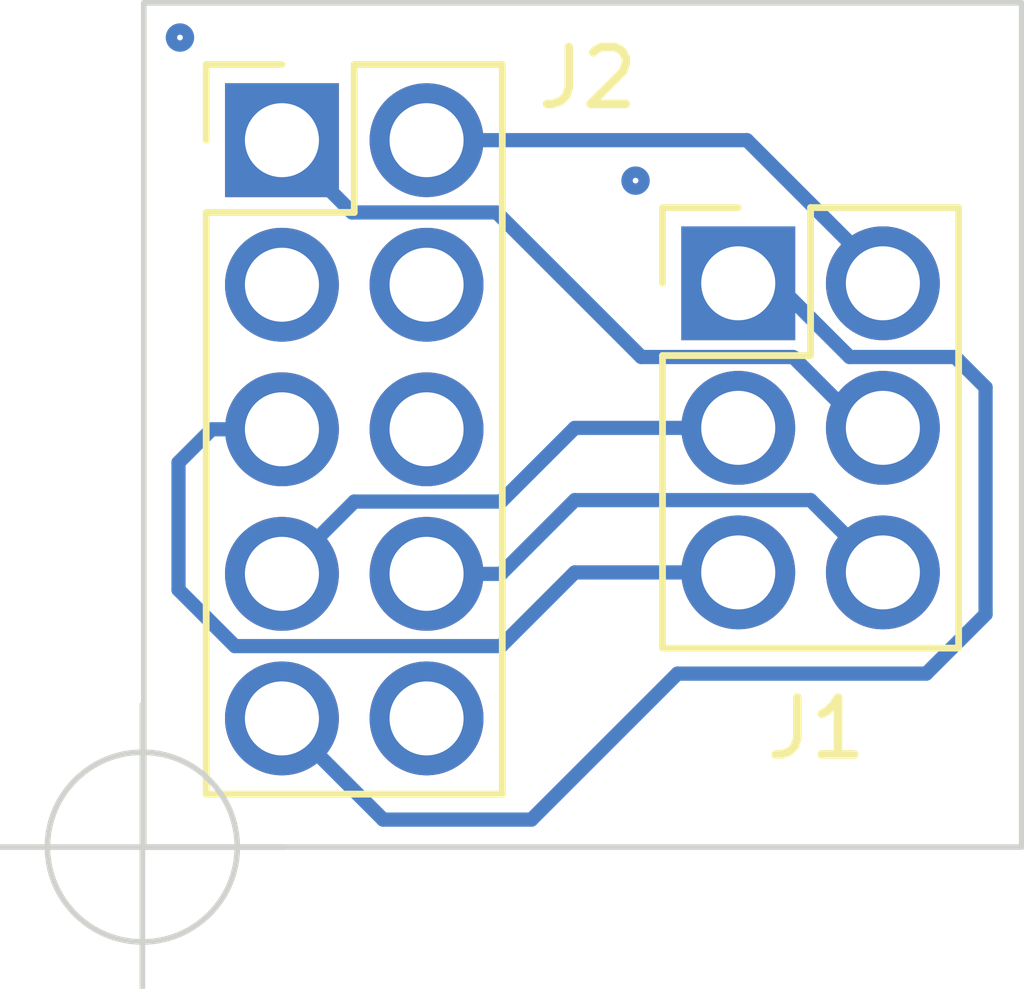
<source format=kicad_pcb>
(kicad_pcb (version 20211014) (generator pcbnew)
  (layers (0 "F.Cu" signal) (31 "B.Cu" signal) (34 "B.Paste" user) (35 "F.Paste" user) (36 "B.SilkS" user "B.Silkscreen") (37 "F.SilkS" user "F.Silkscreen") (38 "B.Mask" user) (39 "F.Mask" user) (44 "Edge.Cuts" user))
  (net 0 "")
  (net 1 "Net-(J1-Pad1)")
  (net 2 "Net-(J1-Pad2)")
  (net 3 "Net-(J1-Pad3)")
  (net 4 "Net-(J1-Pad4)")
  (net 5 "Net-(J1-Pad5)")
  (net 6 "Net-(J1-Pad6)")
  (footprint "Connector_PinHeader_2.54mm:PinHeader_2x03_P2.54mm_Vertical" (layer "F.Cu") (at 137.668 89.154)
    (fp_text reference "J1" (at 1.3716 7.8232) (layer "F.SilkS"))
    (fp_text value "AVR-ISP-6" hide)
    (fp_line (start 3.87 -1.33) (end 3.87 6.41) (layer "F.SilkS") (width 0.12))
    (fp_line (start -1.33 1.27) (end 1.27 1.27) (layer "F.SilkS") (width 0.12))
    (fp_line (start -1.33 0) (end -1.33 -1.33) (layer "F.SilkS") (width 0.12))
    (fp_line (start -1.33 -1.33) (end 0 -1.33) (layer "F.SilkS") (width 0.12))
    (fp_line (start -1.33 1.27) (end -1.33 6.41) (layer "F.SilkS") (width 0.12))
    (fp_line (start 1.27 1.27) (end 1.27 -1.33) (layer "F.SilkS") (width 0.12))
    (fp_line (start -1.33 6.41) (end 3.87 6.41) (layer "F.SilkS") (width 0.12))
    (fp_line (start 1.27 -1.33) (end 3.87 -1.33) (layer "F.SilkS") (width 0.12))
    (pad "1" thru_hole rect locked (at 0 0) (size 2 2) (drill 1.3) (layers *.Cu *.Mask) (net 1 "Net-(J1-Pad1)"))
    (pad "2" thru_hole oval locked (at 2.54 0) (size 2 2) (drill 1.3) (layers *.Cu *.Mask) (net 2 "Net-(J1-Pad2)"))
    (pad "3" thru_hole oval locked (at 0 2.54) (size 2 2) (drill 1.3) (layers *.Cu *.Mask) (net 3 "Net-(J1-Pad3)"))
    (pad "4" thru_hole oval locked (at 2.54 2.54) (size 2 2) (drill 1.3) (layers *.Cu *.Mask) (net 4 "Net-(J1-Pad4)"))
    (pad "5" thru_hole oval locked (at 0 5.08) (size 2 2) (drill 1.3) (layers *.Cu *.Mask) (net 5 "Net-(J1-Pad5)"))
    (pad "6" thru_hole oval locked (at 2.54 5.08) (size 2 2) (drill 1.3) (layers *.Cu *.Mask) (net 6 "Net-(J1-Pad6)"))
  )
  (footprint "Connector_PinHeader_2.54mm:PinHeader_2x05_P2.54mm_Vertical" (layer "F.Cu") (at 129.6544 86.6394)
    (fp_text reference "J2" (at 5.372 -1.0922) (layer "F.SilkS"))
    (fp_text value "AVR-ISP-10" hide)
    (fp_line (start -1.33 -1.33) (end 0 -1.33) (layer "F.SilkS") (width 0.12))
    (fp_line (start 3.87 -1.33) (end 3.87 11.49) (layer "F.SilkS") (width 0.12))
    (fp_line (start -1.33 1.27) (end 1.27 1.27) (layer "F.SilkS") (width 0.12))
    (fp_line (start -1.33 1.27) (end -1.33 11.49) (layer "F.SilkS") (width 0.12))
    (fp_line (start 1.27 -1.33) (end 3.87 -1.33) (layer "F.SilkS") (width 0.12))
    (fp_line (start 1.27 1.27) (end 1.27 -1.33) (layer "F.SilkS") (width 0.12))
    (fp_line (start -1.33 11.49) (end 3.87 11.49) (layer "F.SilkS") (width 0.12))
    (fp_line (start -1.33 0) (end -1.33 -1.33) (layer "F.SilkS") (width 0.12))
    (pad "1" thru_hole rect locked (at 0 0) (size 2 2) (drill 1.3) (layers *.Cu *.Mask) (net 4 "Net-(J1-Pad4)"))
    (pad "2" thru_hole oval locked (at 2.54 0) (size 2 2) (drill 1.3) (layers *.Cu *.Mask) (net 2 "Net-(J1-Pad2)"))
    (pad "3" thru_hole oval locked (at 0 2.54) (size 2 2) (drill 1.3) (layers *.Cu *.Mask))
    (pad "4" thru_hole oval locked (at 2.54 2.54) (size 2 2) (drill 1.3) (layers *.Cu *.Mask) (net 6 "Net-(J1-Pad6)"))
    (pad "5" thru_hole oval locked (at 0 5.08) (size 2 2) (drill 1.3) (layers *.Cu *.Mask) (net 5 "Net-(J1-Pad5)"))
    (pad "6" thru_hole oval locked (at 2.54 5.08) (size 2 2) (drill 1.3) (layers *.Cu *.Mask) (net 6 "Net-(J1-Pad6)"))
    (pad "7" thru_hole oval locked (at 0 7.62) (size 2 2) (drill 1.3) (layers *.Cu *.Mask) (net 3 "Net-(J1-Pad3)"))
    (pad "8" thru_hole oval locked (at 2.54 7.62) (size 2 2) (drill 1.3) (layers *.Cu *.Mask) (net 6 "Net-(J1-Pad6)"))
    (pad "9" thru_hole oval locked (at 0 10.16) (size 2 2) (drill 1.3) (layers *.Cu *.Mask) (net 1 "Net-(J1-Pad1)"))
    (pad "10" thru_hole oval locked (at 2.54 10.16) (size 2 2) (drill 1.3) (layers *.Cu *.Mask) (net 6 "Net-(J1-Pad6)"))
  )
  (gr_circle (center 135.8646 87.3506) (end 136.0146 87.3506) (layer "B.Cu") (width 0.2) (fill none))
  (gr_circle (center 127.8636 84.836) (end 128.0136 84.836) (layer "B.Cu") (width 0.2) (fill none))
  (gr_rect (start 127.2286 84.2264) (end 142.6464 99.06) (layer "Edge.Cuts") (width 0.1) (fill none))
  (target plus (at 127.2032 99.06) (size 5) (width 0.1) (layer "Edge.Cuts"))
  (segment (start 134.0358 98.5774) (end 136.6012 96.012) (width 0.25) (layer "B.Cu") (net 1))
  (segment (start 142.0114 90.9828) (end 141.478 90.4494) (width 0.25) (layer "B.Cu") (net 1))
  (segment (start 131.4324 98.5774) (end 134.0358 98.5774) (width 0.25) (layer "B.Cu") (net 1))
  (segment (start 141.478 90.4494) (end 139.6238 90.4494) (width 0.25) (layer "B.Cu") (net 1))
  (segment (start 140.97 96.012) (end 142.0114 94.9706) (width 0.25) (layer "B.Cu") (net 1))
  (segment (start 129.6544 96.7994) (end 131.4324 98.5774) (width 0.25) (layer "B.Cu") (net 1))
  (segment (start 138.3284 89.154) (end 137.668 89.154) (width 0.25) (layer "B.Cu") (net 1))
  (segment (start 139.6238 90.4494) (end 138.3284 89.154) (width 0.25) (layer "B.Cu") (net 1))
  (segment (start 142.0114 94.9706) (end 142.0114 90.9828) (width 0.25) (layer "B.Cu") (net 1))
  (segment (start 136.6012 96.012) (end 140.97 96.012) (width 0.25) (layer "B.Cu") (net 1))
  (segment (start 137.8204 86.6394) (end 140.208 89.027) (width 0.25) (layer "B.Cu") (net 2))
  (segment (start 140.208 89.027) (end 140.208 89.154) (width 0.25) (layer "B.Cu") (net 2))
  (segment (start 132.1944 86.6394) (end 137.8204 86.6394) (width 0.25) (layer "B.Cu") (net 2))
  (segment (start 130.9244 92.9894) (end 129.6544 94.2594) (width 0.25) (layer "B.Cu") (net 3))
  (segment (start 133.5024 92.9894) (end 130.9244 92.9894) (width 0.25) (layer "B.Cu") (net 3))
  (segment (start 134.7978 91.694) (end 137.668 91.694) (width 0.25) (layer "B.Cu") (net 3))
  (segment (start 134.7978 91.694) (end 133.5024 92.9894) (width 0.25) (layer "B.Cu") (net 3))
  (segment (start 130.8862 87.9094) (end 133.4262 87.9094) (width 0.25) (layer "B.Cu") (net 4))
  (segment (start 135.9662 90.4494) (end 138.6332 90.4494) (width 0.25) (layer "B.Cu") (net 4))
  (segment (start 129.6544 86.6776) (end 130.8862 87.9094) (width 0.25) (layer "B.Cu") (net 4))
  (segment (start 129.6544 86.6394) (end 129.6544 86.6776) (width 0.25) (layer "B.Cu") (net 4))
  (segment (start 133.4262 87.9094) (end 135.9662 90.4494) (width 0.25) (layer "B.Cu") (net 4))
  (segment (start 139.8778 91.694) (end 140.208 91.694) (width 0.25) (layer "B.Cu") (net 4))
  (segment (start 138.6332 90.4494) (end 139.8778 91.694) (width 0.25) (layer "B.Cu") (net 4))
  (segment (start 134.7978 94.234) (end 137.668 94.234) (width 0.25) (layer "B.Cu") (net 5))
  (segment (start 129.6544 91.7194) (end 128.4224 91.7194) (width 0.25) (layer "B.Cu") (net 5))
  (segment (start 127.8382 94.5388) (end 128.8288 95.5294) (width 0.25) (layer "B.Cu") (net 5))
  (segment (start 128.4224 91.7194) (end 127.8382 92.3036) (width 0.25) (layer "B.Cu") (net 5))
  (segment (start 133.5024 95.5294) (end 134.7978 94.234) (width 0.25) (layer "B.Cu") (net 5))
  (segment (start 128.8288 95.5294) (end 133.5024 95.5294) (width 0.25) (layer "B.Cu") (net 5))
  (segment (start 127.8382 92.3036) (end 127.8382 94.5388) (width 0.25) (layer "B.Cu") (net 5))
  (segment (start 133.5024 94.2594) (end 134.7978 92.964) (width 0.25) (layer "B.Cu") (net 6))
  (segment (start 134.7978 92.964) (end 138.938 92.964) (width 0.25) (layer "B.Cu") (net 6))
  (segment (start 138.938 92.964) (end 140.208 94.234) (width 0.25) (layer "B.Cu") (net 6))
  (segment (start 132.1944 94.2594) (end 133.5024 94.2594) (width 0.25) (layer "B.Cu") (net 6))
)
</source>
